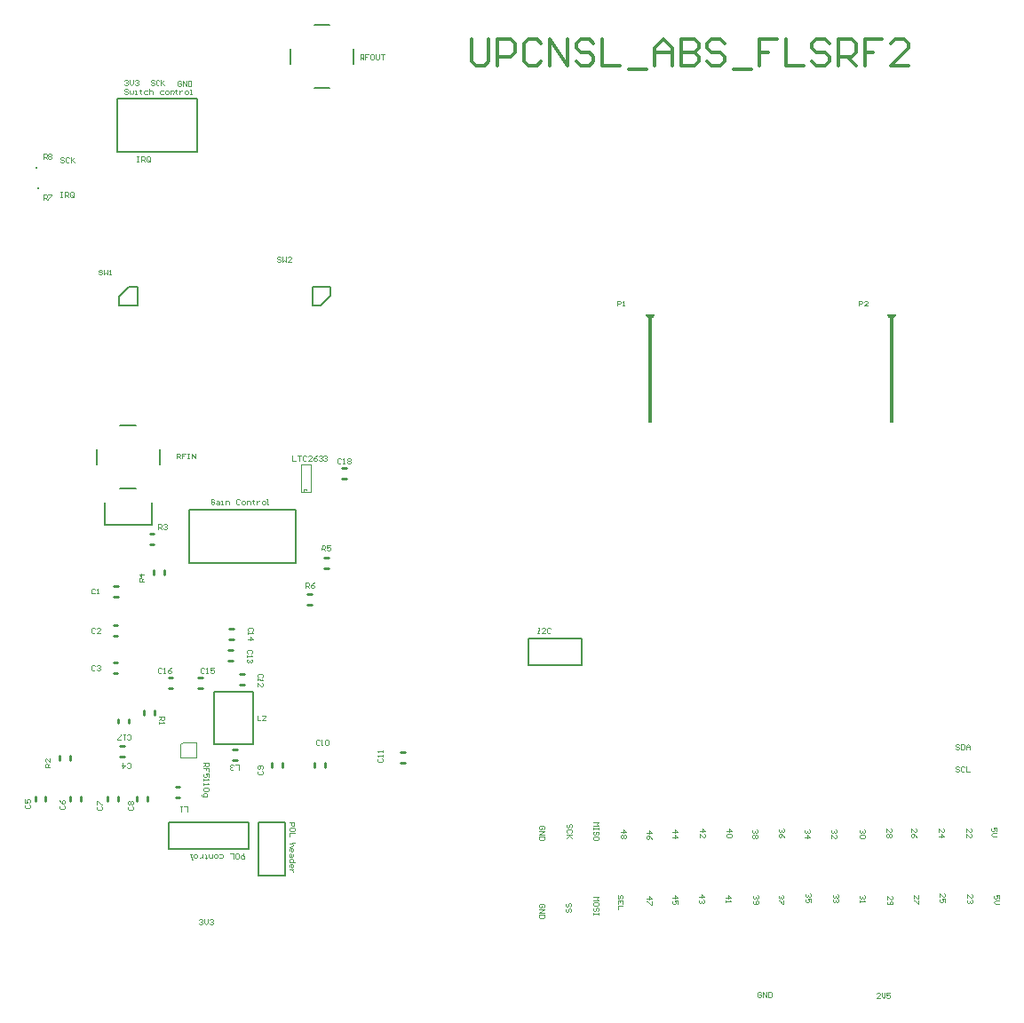
<source format=gto>
G04 Layer_Color=65535*
%FSLAX25Y25*%
%MOIN*%
G70*
G01*
G75*
%ADD11C,0.01000*%
%ADD23C,0.00787*%
%ADD38C,0.00394*%
%ADD39C,0.00492*%
%ADD40C,0.01181*%
D11*
X126378Y174410D02*
X127953D01*
X126378Y178347D02*
X127953D01*
X62297Y171888D02*
Y173462D01*
X66234Y171888D02*
Y173462D01*
X60878Y187243D02*
X62453D01*
X60878Y183306D02*
X62453D01*
X26969Y102362D02*
Y103937D01*
X30906Y102362D02*
Y103937D01*
X53034Y116188D02*
Y117762D01*
X49097Y116188D02*
Y117762D01*
X92147Y102381D02*
X93722D01*
X92147Y106318D02*
X93722D01*
X70578Y92343D02*
X72153D01*
X70578Y88406D02*
X72153D01*
X58697Y119387D02*
Y120962D01*
X62634Y119387D02*
Y120962D01*
X67878Y133143D02*
X69453D01*
X67878Y129206D02*
X69453D01*
X79134Y129331D02*
X80709D01*
X79134Y133268D02*
X80709D01*
X90453Y139665D02*
X92028D01*
X90453Y143602D02*
X92028D01*
X90650Y151673D02*
X92225D01*
X90650Y147736D02*
X92225D01*
X94838Y134662D02*
X96413D01*
X94838Y130725D02*
X96413D01*
X155067Y105135D02*
X156642D01*
X155067Y101198D02*
X156642D01*
X126634Y99587D02*
Y101162D01*
X122697Y99587D02*
Y101162D01*
X110651Y99625D02*
Y101200D01*
X106714Y99625D02*
Y101200D01*
X59934Y87087D02*
Y88662D01*
X55997Y87087D02*
Y88662D01*
X49034Y87088D02*
Y88662D01*
X45097Y87088D02*
Y88662D01*
X34934Y87088D02*
Y88662D01*
X30997Y87088D02*
Y88662D01*
X21834Y86987D02*
Y88562D01*
X17897Y86987D02*
Y88562D01*
X49606Y107579D02*
X51181D01*
X49606Y103642D02*
X51181D01*
X47222Y134846D02*
X48797D01*
X47222Y138783D02*
X48797D01*
X47222Y149019D02*
X48797D01*
X47222Y152956D02*
X48797D01*
X47478Y163706D02*
X49053D01*
X47478Y167643D02*
X49053D01*
X119981Y164567D02*
X121555D01*
X119981Y160630D02*
X121555D01*
X132973Y211811D02*
X134547D01*
X132973Y207874D02*
X134547D01*
D23*
X247470Y269429D02*
G03*
X249971Y269429I1250J0D01*
G01*
X338022D02*
G03*
X340522Y269429I1250J0D01*
G01*
X18209Y324508D02*
Y324902D01*
X19095Y316831D02*
Y317225D01*
X101693Y58819D02*
X111693D01*
X101693D02*
Y78819D01*
X111693D01*
Y58819D02*
Y78819D01*
X78543Y330630D02*
Y350630D01*
X48543Y330630D02*
Y350630D01*
X78543D01*
X48543Y330630D02*
X78543D01*
X59377D02*
X78543D01*
X128780Y276654D02*
Y279803D01*
X121929D02*
X128780D01*
X121929Y272953D02*
Y279803D01*
Y272953D02*
X125079D01*
X128780Y276654D01*
X49370Y272953D02*
Y276102D01*
Y272953D02*
X56221D01*
Y279803D01*
X53071D02*
X56221D01*
X49370Y276102D02*
X53071Y279803D01*
X67966Y68875D02*
X97966D01*
Y78875D01*
X67966D02*
X97966D01*
X67966Y68875D02*
Y78875D01*
X89764Y108375D02*
X99665D01*
Y127875D01*
X85166D02*
X99665D01*
X85166Y108375D02*
Y127875D01*
Y108375D02*
X89764D01*
X75803Y196188D02*
X115803D01*
X75803Y176188D02*
X115803D01*
Y196188D01*
X75803Y176188D02*
Y196188D01*
X113681Y363524D02*
Y369350D01*
X137303Y363524D02*
Y369350D01*
X122579Y354626D02*
X128406D01*
X122579Y378248D02*
X128406D01*
X61614Y190551D02*
Y199055D01*
X43898Y190551D02*
Y199055D01*
Y190551D02*
X61614D01*
X64567Y213229D02*
Y219055D01*
X40945Y213229D02*
Y219055D01*
X49843Y227953D02*
X55669D01*
X49843Y204331D02*
X55669D01*
X249055Y229429D02*
Y269429D01*
X248386Y229429D02*
X249055D01*
X248386D02*
Y269429D01*
X249971D01*
X247470D02*
X249055D01*
X339606Y229429D02*
Y269429D01*
X338937Y229429D02*
X339606D01*
X338937D02*
Y269429D01*
X340522D01*
X338022D02*
X339606D01*
X203012Y137815D02*
X223012D01*
Y147815D01*
X203012D02*
X223012D01*
X203012Y137815D02*
Y147815D01*
D38*
X120030Y203061D02*
G03*
X118750Y203061I-640J187D01*
G01*
X73307Y109036D02*
X78347D01*
X72441Y108169D02*
X73307Y109036D01*
X72441Y103150D02*
Y108169D01*
Y103150D02*
X78347D01*
Y109036D01*
X117520Y203051D02*
X120089D01*
X118809D02*
X121358D01*
Y213287D01*
X117520D02*
X121358D01*
X117520Y203051D02*
Y213287D01*
D39*
X20866Y327953D02*
Y329921D01*
X21850D01*
X22178Y329593D01*
Y328937D01*
X21850Y328609D01*
X20866D01*
X21522D02*
X22178Y327953D01*
X22834Y329593D02*
X23162Y329921D01*
X23818D01*
X24146Y329593D01*
Y329265D01*
X23818Y328937D01*
X24146Y328609D01*
Y328281D01*
X23818Y327953D01*
X23162D01*
X22834Y328281D01*
Y328609D01*
X23162Y328937D01*
X22834Y329265D01*
Y329593D01*
X23162Y328937D02*
X23818D01*
X20866Y312500D02*
Y314468D01*
X21850D01*
X22178Y314140D01*
Y313484D01*
X21850Y313156D01*
X20866D01*
X21522D02*
X22178Y312500D01*
X22834Y314468D02*
X24146D01*
Y314140D01*
X22834Y312828D01*
Y312500D01*
X119488Y166929D02*
Y168897D01*
X120472D01*
X120800Y168569D01*
Y167913D01*
X120472Y167585D01*
X119488D01*
X120144D02*
X120800Y166929D01*
X122768Y168897D02*
X122112Y168569D01*
X121456Y167913D01*
Y167257D01*
X121784Y166929D01*
X122440D01*
X122768Y167257D01*
Y167585D01*
X122440Y167913D01*
X121456D01*
X125394Y181102D02*
X125514Y183067D01*
X126496Y183006D01*
X126804Y182659D01*
X126763Y182004D01*
X126416Y181697D01*
X125434Y181757D01*
X126089Y181717D02*
X126703Y181022D01*
X128788Y182866D02*
X127479Y182946D01*
X127418Y181964D01*
X128093Y182251D01*
X128420Y182231D01*
X128728Y181884D01*
X128687Y181229D01*
X128340Y180922D01*
X127685Y180962D01*
X127378Y181309D01*
X113189Y78937D02*
X115157Y78970D01*
X115173Y77987D01*
X114851Y77653D01*
X114195Y77642D01*
X113862Y77964D01*
X113845Y78948D01*
X115207Y76019D02*
X115196Y76675D01*
X114862Y76997D01*
X113550Y76975D01*
X113228Y76642D01*
X113239Y75986D01*
X113573Y75663D01*
X114884Y75686D01*
X115207Y76019D01*
X115223Y75035D02*
X113256Y75002D01*
X113278Y73690D01*
X115290Y71100D02*
X113322Y71067D01*
X114306Y71083D01*
X114640Y70761D01*
X114651Y70105D01*
X114328Y69772D01*
X113345Y69755D01*
X113372Y68115D02*
X113361Y68771D01*
X113684Y69105D01*
X114340Y69116D01*
X114673Y68793D01*
X114684Y68138D01*
X114362Y67804D01*
X114034Y67799D01*
X114012Y69110D01*
X114706Y66826D02*
X114717Y66170D01*
X114395Y65837D01*
X113411Y65820D01*
X113395Y66804D01*
X113717Y67137D01*
X114050Y66815D01*
X114067Y65831D01*
X115412Y63886D02*
X113445Y63852D01*
X113428Y64836D01*
X113750Y65170D01*
X114406Y65181D01*
X114740Y64858D01*
X114756Y63875D01*
X113472Y62213D02*
X113461Y62869D01*
X113784Y63202D01*
X114440Y63213D01*
X114773Y62891D01*
X114784Y62235D01*
X114462Y61901D01*
X114134Y61896D01*
X114112Y63208D01*
X114801Y61251D02*
X113489Y61229D01*
X114145Y61240D01*
X114479Y60918D01*
X114812Y60595D01*
X114818Y60267D01*
X52798Y353896D02*
X52472Y354226D01*
X51816Y354230D01*
X51486Y353904D01*
X51484Y353576D01*
X51810Y353246D01*
X52466Y353242D01*
X52792Y352912D01*
X52790Y352584D01*
X52460Y352258D01*
X51804Y352262D01*
X51478Y352592D01*
X53452Y353564D02*
X53446Y352580D01*
X53772Y352250D01*
X54102Y352576D01*
X54428Y352246D01*
X54758Y352573D01*
X54764Y353556D01*
X55412Y352241D02*
X56068Y352237D01*
X55740Y352239D01*
X55748Y353551D01*
X55420Y353553D01*
X57389Y353869D02*
X57388Y353541D01*
X57060Y353543D01*
X57716Y353539D01*
X57388Y353541D01*
X57382Y352557D01*
X57708Y352227D01*
X60011Y353526D02*
X59027Y353532D01*
X58698Y353205D01*
X58694Y352550D01*
X59020Y352220D01*
X60004Y352214D01*
X60671Y354178D02*
X60660Y352210D01*
X60665Y353194D01*
X60995Y353520D01*
X61651Y353516D01*
X61977Y353186D01*
X61971Y352202D01*
X65915Y353491D02*
X64931Y353497D01*
X64601Y353171D01*
X64597Y352515D01*
X64923Y352185D01*
X65907Y352179D01*
X66891Y352173D02*
X67547Y352170D01*
X67877Y352496D01*
X67881Y353152D01*
X67555Y353482D01*
X66899Y353485D01*
X66569Y353159D01*
X66565Y352503D01*
X66891Y352173D01*
X68531Y352164D02*
X68539Y353476D01*
X69523Y353470D01*
X69849Y353140D01*
X69843Y352156D01*
X70836Y353790D02*
X70834Y353462D01*
X70507Y353464D01*
X71162Y353460D01*
X70834Y353462D01*
X70829Y352478D01*
X71155Y352148D01*
X72146Y353454D02*
X72139Y352143D01*
X72142Y352799D01*
X72472Y353125D01*
X72802Y353451D01*
X73130Y353449D01*
X74434Y352129D02*
X75090Y352125D01*
X75420Y352451D01*
X75424Y353107D01*
X75098Y353437D01*
X74442Y353441D01*
X74112Y353115D01*
X74108Y352459D01*
X74434Y352129D01*
X76074Y352120D02*
X76730Y352116D01*
X76402Y352118D01*
X76414Y354085D01*
X76086Y354087D01*
X109973Y290912D02*
X109645Y291240D01*
X108989Y291240D01*
X108661Y290912D01*
Y290584D01*
X108989Y290256D01*
X109645Y290256D01*
X109973Y289928D01*
X109973Y289600D01*
X109645Y289272D01*
X108989Y289272D01*
X108661Y289600D01*
X110629Y291240D02*
X110629Y289272D01*
X111285Y289928D01*
X111941Y289272D01*
X111941Y291240D01*
X113909Y289272D02*
X112597Y289272D01*
X113909Y290584D01*
Y290912D01*
X113581Y291240D01*
X112925Y291240D01*
X112597Y290912D01*
X43143Y286089D02*
X42815Y286417D01*
X42159D01*
X41831Y286089D01*
Y285761D01*
X42159Y285433D01*
X42815D01*
X43143Y285105D01*
Y284777D01*
X42815Y284449D01*
X42159D01*
X41831Y284777D01*
X43799Y286417D02*
Y284449D01*
X44455Y285105D01*
X45110Y284449D01*
Y286417D01*
X45766Y284449D02*
X46422D01*
X46095D01*
Y286417D01*
X45766Y286089D01*
X81102Y101181D02*
X83070D01*
Y100197D01*
X82742Y99869D01*
X82086D01*
X81758Y100197D01*
Y101181D01*
Y100525D02*
X81102Y99869D01*
X83070Y97901D02*
Y99213D01*
X82086D01*
Y98557D01*
Y99213D01*
X81102D01*
X83070Y95934D02*
Y97246D01*
X82086D01*
X82414Y96589D01*
Y96262D01*
X82086Y95934D01*
X81430D01*
X81102Y96262D01*
Y96917D01*
X81430Y97246D01*
X81102Y95278D02*
Y94622D01*
Y94950D01*
X83070D01*
X82742Y95278D01*
X81102Y93638D02*
Y92982D01*
Y93310D01*
X83070D01*
X82742Y93638D01*
Y91998D02*
X83070Y91670D01*
Y91014D01*
X82742Y90686D01*
X81430D01*
X81102Y91014D01*
Y91670D01*
X81430Y91998D01*
X82742D01*
X80446Y89374D02*
Y89046D01*
X80774Y88718D01*
X82414D01*
Y89702D01*
X82086Y90030D01*
X81430D01*
X81102Y89702D01*
Y88718D01*
X58815Y169125D02*
X56848D01*
Y170109D01*
X57175Y170437D01*
X57832D01*
X58160Y170109D01*
Y169125D01*
Y169781D02*
X58815Y170437D01*
Y172077D02*
X56848D01*
X57832Y171093D01*
Y172405D01*
X64173Y188878D02*
Y190846D01*
X65157D01*
X65485Y190518D01*
Y189862D01*
X65157Y189534D01*
X64173D01*
X64829D02*
X65485Y188878D01*
X66141Y190518D02*
X66469Y190846D01*
X67125D01*
X67453Y190518D01*
Y190190D01*
X67125Y189862D01*
X66797D01*
X67125D01*
X67453Y189534D01*
Y189206D01*
X67125Y188878D01*
X66469D01*
X66141Y189206D01*
X23487Y99600D02*
X21519D01*
Y100584D01*
X21847Y100912D01*
X22503D01*
X22831Y100584D01*
Y99600D01*
Y100256D02*
X23487Y100912D01*
Y102880D02*
Y101568D01*
X22175Y102880D01*
X21847D01*
X21519Y102551D01*
Y101896D01*
X21847Y101568D01*
X64272Y118602D02*
X66240D01*
Y117619D01*
X65912Y117290D01*
X65256D01*
X64928Y117619D01*
Y118602D01*
Y117947D02*
X64272Y117290D01*
Y116635D02*
Y115979D01*
Y116307D01*
X66240D01*
X65912Y116635D01*
X96162Y67225D02*
X96201Y65257D01*
X95217Y65237D01*
X94883Y65559D01*
X94870Y66215D01*
X95191Y66549D01*
X96175Y66569D01*
X93250Y65198D02*
X93905Y65211D01*
X94227Y65546D01*
X94200Y66857D01*
X93866Y67179D01*
X93210Y67165D01*
X92889Y66831D01*
X92915Y65519D01*
X93250Y65198D01*
X92266Y65178D02*
X92226Y67146D01*
X90915Y67120D01*
X87006Y65729D02*
X87990Y65749D01*
X88311Y66083D01*
X88298Y66739D01*
X87964Y67061D01*
X86980Y67041D01*
X85996Y67021D02*
X85340Y67008D01*
X85019Y66674D01*
X85032Y66018D01*
X85367Y65696D01*
X86023Y65710D01*
X86344Y66044D01*
X86331Y66700D01*
X85996Y67021D01*
X84357Y66988D02*
X84383Y65677D01*
X83399Y65657D01*
X83065Y65978D01*
X83045Y66962D01*
X82094Y65303D02*
X82087Y65631D01*
X82415Y65637D01*
X81760Y65624D01*
X82087Y65631D01*
X82068Y66615D01*
X81733Y66936D01*
X80776Y65605D02*
X80750Y66916D01*
X80763Y66260D01*
X80441Y65926D01*
X80120Y65592D01*
X79792Y65585D01*
X78454Y66870D02*
X77798Y66857D01*
X77477Y66523D01*
X77490Y65867D01*
X77825Y65546D01*
X78480Y65559D01*
X78802Y65893D01*
X78789Y66549D01*
X78454Y66870D01*
X76815Y66838D02*
X76159Y66825D01*
X76487Y66831D01*
X76526Y64864D01*
X76854Y64870D01*
X94193Y98524D02*
Y100492D01*
X92881D01*
X92225Y98852D02*
X91897Y98524D01*
X91241D01*
X90913Y98852D01*
Y99180D01*
X91241Y99508D01*
X91569D01*
X91241D01*
X90913Y99836D01*
Y100164D01*
X91241Y100492D01*
X91897D01*
X92225Y100164D01*
X101181Y119094D02*
Y117126D01*
X102493D01*
X104461D02*
X103149D01*
X104461Y118438D01*
Y118766D01*
X104133Y119094D01*
X103477D01*
X103149Y118766D01*
X74915Y82957D02*
Y84925D01*
X73603D01*
X72948D02*
X72292D01*
X72620D01*
Y82957D01*
X72948Y83285D01*
X85157Y199879D02*
X84826Y200204D01*
X84170Y200199D01*
X83845Y199868D01*
X83856Y198556D01*
X84186Y198231D01*
X84842Y198237D01*
X85167Y198567D01*
X85162Y199223D01*
X84506Y199218D01*
X86143Y199559D02*
X86799Y199565D01*
X87130Y199239D01*
X87138Y198255D01*
X86154Y198247D01*
X85823Y198573D01*
X86149Y198903D01*
X87133Y198911D01*
X87794Y198261D02*
X88450Y198266D01*
X88122Y198264D01*
X88111Y199575D01*
X87783Y199573D01*
X89434Y198274D02*
X89423Y199586D01*
X90407Y199594D01*
X90737Y199269D01*
X90746Y198285D01*
X94668Y199957D02*
X94337Y200283D01*
X93681Y200277D01*
X93356Y199947D01*
X93367Y198635D01*
X93697Y198310D01*
X94353Y198315D01*
X94678Y198645D01*
X95665Y198326D02*
X96321Y198331D01*
X96646Y198662D01*
X96641Y199318D01*
X96310Y199643D01*
X95654Y199637D01*
X95329Y199307D01*
X95334Y198651D01*
X95665Y198326D01*
X97305Y198339D02*
X97294Y199651D01*
X98278Y199659D01*
X98609Y199334D01*
X98617Y198350D01*
X99587Y199998D02*
X99590Y199670D01*
X99262Y199667D01*
X99918Y199673D01*
X99590Y199670D01*
X99598Y198686D01*
X99929Y198361D01*
X100902Y199681D02*
X100912Y198369D01*
X100907Y199025D01*
X101232Y199355D01*
X101558Y199686D01*
X101886Y199689D01*
X103208Y198388D02*
X103864Y198393D01*
X104190Y198724D01*
X104184Y199380D01*
X103853Y199705D01*
X103198Y199700D01*
X102872Y199369D01*
X102878Y198713D01*
X103208Y198388D01*
X104848Y198401D02*
X105504Y198407D01*
X105176Y198404D01*
X105160Y200372D01*
X104832Y200369D01*
X52428Y110270D02*
X52756Y109942D01*
X53412D01*
X53740Y110270D01*
Y111582D01*
X53412Y111909D01*
X52756D01*
X52428Y111582D01*
X51772Y111909D02*
X51116D01*
X51444D01*
Y109942D01*
X51772Y110270D01*
X50133Y109942D02*
X48820D01*
Y110270D01*
X50133Y111582D01*
Y111909D01*
X65288Y136679D02*
X64960Y137007D01*
X64304D01*
X63976Y136679D01*
Y135367D01*
X64304Y135039D01*
X64960D01*
X65288Y135367D01*
X65944Y135039D02*
X66600D01*
X66272D01*
Y137007D01*
X65944Y136679D01*
X68896Y137007D02*
X68240Y136679D01*
X67584Y136023D01*
Y135367D01*
X67912Y135039D01*
X68568D01*
X68896Y135367D01*
Y135695D01*
X68568Y136023D01*
X67584D01*
X81430Y136679D02*
X81102Y137007D01*
X80446D01*
X80118Y136679D01*
Y135367D01*
X80446Y135039D01*
X81102D01*
X81430Y135367D01*
X82086Y135039D02*
X82742D01*
X82414D01*
Y137007D01*
X82086Y136679D01*
X85038Y137007D02*
X83726D01*
Y136023D01*
X84382Y136351D01*
X84710D01*
X85038Y136023D01*
Y135367D01*
X84710Y135039D01*
X84054D01*
X83726Y135367D01*
X99278Y150755D02*
X99606Y151083D01*
Y151739D01*
X99278Y152067D01*
X97966D01*
X97638Y151739D01*
Y151083D01*
X97966Y150755D01*
X97638Y150099D02*
Y149443D01*
Y149771D01*
X99606D01*
X99278Y150099D01*
X97638Y147475D02*
X99606D01*
X98622Y148459D01*
Y147147D01*
X98884Y142389D02*
X99212Y142717D01*
Y143373D01*
X98884Y143701D01*
X97572D01*
X97244Y143373D01*
Y142717D01*
X97572Y142389D01*
X97244Y141733D02*
Y141077D01*
Y141405D01*
X99212D01*
X98884Y141733D01*
Y140093D02*
X99212Y139765D01*
Y139109D01*
X98884Y138781D01*
X98556D01*
X98228Y139109D01*
Y139437D01*
Y139109D01*
X97900Y138781D01*
X97572D01*
X97244Y139109D01*
Y139765D01*
X97572Y140093D01*
X103001Y133411D02*
X103333Y133735D01*
X103341Y134391D01*
X103018Y134723D01*
X101706Y134740D01*
X101374Y134416D01*
X101365Y133760D01*
X101689Y133428D01*
X101353Y132776D02*
X101344Y132121D01*
X101349Y132448D01*
X103316Y132423D01*
X102992Y132755D01*
X101315Y129825D02*
X101332Y131137D01*
X102627Y129808D01*
X102955Y129804D01*
X103287Y130128D01*
X103295Y130783D01*
X102971Y131116D01*
X146665Y103029D02*
X146336Y102701D01*
Y102045D01*
X146665Y101717D01*
X147976D01*
X148304Y102045D01*
Y102701D01*
X147976Y103029D01*
X148304Y103685D02*
Y104341D01*
Y104013D01*
X146336D01*
X146665Y103685D01*
X148304Y105325D02*
Y105981D01*
Y105653D01*
X146336D01*
X146665Y105325D01*
X124527Y109565D02*
X124199Y109893D01*
X123543D01*
X123215Y109565D01*
Y108253D01*
X123543Y107925D01*
X124199D01*
X124527Y108253D01*
X125183Y107925D02*
X125839D01*
X125511D01*
Y109893D01*
X125183Y109565D01*
X126823D02*
X127151Y109893D01*
X127807D01*
X128135Y109565D01*
Y108253D01*
X127807Y107925D01*
X127151D01*
X126823Y108253D01*
Y109565D01*
X101593Y98175D02*
X101265Y97847D01*
Y97191D01*
X101593Y96863D01*
X102905D01*
X103233Y97191D01*
Y97847D01*
X102905Y98175D01*
Y98831D02*
X103233Y99159D01*
Y99814D01*
X102905Y100143D01*
X101593D01*
X101265Y99814D01*
Y99159D01*
X101593Y98831D01*
X101921D01*
X102249Y99159D01*
Y100143D01*
X52888Y84973D02*
X52560Y84645D01*
Y83990D01*
X52888Y83662D01*
X54200D01*
X54528Y83990D01*
Y84645D01*
X54200Y84973D01*
X52888Y85629D02*
X52560Y85957D01*
Y86613D01*
X52888Y86941D01*
X53216D01*
X53544Y86613D01*
X53872Y86941D01*
X54200D01*
X54528Y86613D01*
Y85957D01*
X54200Y85629D01*
X53872D01*
X53544Y85957D01*
X53216Y85629D01*
X52888D01*
X53544Y85957D02*
Y86613D01*
X41470Y85072D02*
X41142Y84744D01*
Y84088D01*
X41470Y83760D01*
X42782D01*
X43110Y84088D01*
Y84744D01*
X42782Y85072D01*
X41142Y85728D02*
Y87040D01*
X41470D01*
X42782Y85728D01*
X43110D01*
X27396Y85170D02*
X27068Y84842D01*
Y84186D01*
X27396Y83858D01*
X28708D01*
X29035Y84186D01*
Y84842D01*
X28708Y85170D01*
X27068Y87138D02*
X27396Y86482D01*
X28052Y85826D01*
X28708D01*
X29035Y86154D01*
Y86810D01*
X28708Y87138D01*
X28379D01*
X28052Y86810D01*
Y85826D01*
X14403Y85466D02*
X14075Y85137D01*
Y84482D01*
X14403Y84154D01*
X15715D01*
X16043Y84482D01*
Y85137D01*
X15715Y85466D01*
X14075Y87433D02*
Y86121D01*
X15059D01*
X14731Y86777D01*
Y87105D01*
X15059Y87433D01*
X15715D01*
X16043Y87105D01*
Y86449D01*
X15715Y86121D01*
X52428Y99541D02*
X52756Y99213D01*
X53412D01*
X53740Y99541D01*
Y100853D01*
X53412Y101181D01*
X52756D01*
X52428Y100853D01*
X50788Y101181D02*
Y99213D01*
X51772Y100197D01*
X50460D01*
X40485Y137467D02*
X40157Y137795D01*
X39501D01*
X39173Y137467D01*
Y136155D01*
X39501Y135827D01*
X40157D01*
X40485Y136155D01*
X41141Y137467D02*
X41469Y137795D01*
X42125D01*
X42453Y137467D01*
Y137139D01*
X42125Y136811D01*
X41797D01*
X42125D01*
X42453Y136483D01*
Y136155D01*
X42125Y135827D01*
X41469D01*
X41141Y136155D01*
X40288Y151541D02*
X39960Y151869D01*
X39304D01*
X38976Y151541D01*
Y150230D01*
X39304Y149902D01*
X39960D01*
X40288Y150230D01*
X42256Y149902D02*
X40944D01*
X42256Y151214D01*
Y151541D01*
X41928Y151869D01*
X41272D01*
X40944Y151541D01*
X40387Y166404D02*
X40059Y166732D01*
X39403D01*
X39075Y166404D01*
Y165092D01*
X39403Y164764D01*
X40059D01*
X40387Y165092D01*
X41043Y164764D02*
X41699D01*
X41371D01*
Y166732D01*
X41043Y166404D01*
X139862Y365256D02*
Y367224D01*
X140846D01*
X141174Y366896D01*
Y366240D01*
X140846Y365912D01*
X139862D01*
X140518D02*
X141174Y365256D01*
X143142Y367224D02*
X141830D01*
Y366240D01*
X142486D01*
X141830D01*
Y365256D01*
X144782Y367224D02*
X144126D01*
X143798Y366896D01*
Y365584D01*
X144126Y365256D01*
X144782D01*
X145110Y365584D01*
Y366896D01*
X144782Y367224D01*
X145766D02*
Y365584D01*
X146094Y365256D01*
X146750D01*
X147078Y365584D01*
Y367224D01*
X147734D02*
X149046D01*
X148390D01*
Y365256D01*
X71063Y215453D02*
Y217421D01*
X72047D01*
X72375Y217093D01*
Y216437D01*
X72047Y216109D01*
X71063D01*
X71719D02*
X72375Y215453D01*
X74343Y217421D02*
X73031D01*
Y216437D01*
X73687D01*
X73031D01*
Y215453D01*
X74999Y217421D02*
X75655D01*
X75327D01*
Y215453D01*
X74999D01*
X75655D01*
X76639D02*
Y217421D01*
X77951Y215453D01*
Y217421D01*
X114370Y216674D02*
Y214706D01*
X115682D01*
X116338Y216674D02*
X117650D01*
X116994D01*
Y214706D01*
X119618Y216346D02*
X119290Y216674D01*
X118634D01*
X118306Y216346D01*
Y215034D01*
X118634Y214706D01*
X119290D01*
X119618Y215034D01*
X121586Y214706D02*
X120274D01*
X121586Y216018D01*
Y216346D01*
X121258Y216674D01*
X120602D01*
X120274Y216346D01*
X123554Y216674D02*
X122898Y216346D01*
X122242Y215690D01*
Y215034D01*
X122570Y214706D01*
X123225D01*
X123554Y215034D01*
Y215362D01*
X123225Y215690D01*
X122242D01*
X124209Y216346D02*
X124537Y216674D01*
X125193D01*
X125521Y216346D01*
Y216018D01*
X125193Y215690D01*
X124865D01*
X125193D01*
X125521Y215362D01*
Y215034D01*
X125193Y214706D01*
X124537D01*
X124209Y215034D01*
X126177Y216346D02*
X126505Y216674D01*
X127161D01*
X127489Y216346D01*
Y216018D01*
X127161Y215690D01*
X126833D01*
X127161D01*
X127489Y215362D01*
Y215034D01*
X127161Y214706D01*
X126505D01*
X126177Y215034D01*
X236496Y272779D02*
Y274747D01*
X237480D01*
X237808Y274419D01*
Y273763D01*
X237480Y273435D01*
X236496D01*
X238464Y272779D02*
X239120D01*
X238792D01*
Y274747D01*
X238464Y274419D01*
X327048Y272779D02*
Y274747D01*
X328032D01*
X328360Y274419D01*
Y273763D01*
X328032Y273435D01*
X327048D01*
X330328Y272779D02*
X329016D01*
X330328Y274091D01*
Y274419D01*
X329999Y274747D01*
X329344D01*
X329016Y274419D01*
X206518Y151869D02*
X207174Y151862D01*
X206846Y151866D01*
X206824Y149898D01*
X206496Y149902D01*
X207152Y149894D01*
X209448Y149869D02*
X208136Y149883D01*
X209462Y151180D01*
X209466Y151508D01*
X209142Y151840D01*
X208486Y151847D01*
X208154Y151523D01*
X211434Y151486D02*
X211110Y151818D01*
X210454Y151825D01*
X210122Y151501D01*
X210107Y150189D01*
X210432Y149857D01*
X211087Y149850D01*
X211419Y150174D01*
X132718Y215216D02*
X132391Y215546D01*
X131735Y215549D01*
X131406Y215223D01*
X131399Y213911D01*
X131726Y213581D01*
X132382Y213578D01*
X132711Y213904D01*
X133365Y213573D02*
X134021Y213570D01*
X133694Y213572D01*
X133703Y215539D01*
X133373Y215213D01*
X135013Y215205D02*
X135343Y215531D01*
X135999Y215528D01*
X136325Y215198D01*
X136324Y214871D01*
X135994Y214544D01*
X136320Y214215D01*
X136319Y213887D01*
X135989Y213560D01*
X135333Y213563D01*
X135007Y213893D01*
X135009Y214221D01*
X135338Y214547D01*
X135012Y214877D01*
X135013Y215205D01*
X135338Y214547D02*
X135994Y214544D01*
X27461Y315551D02*
X28117D01*
X27789D01*
Y313583D01*
X27461D01*
X28117D01*
X29101D02*
Y315551D01*
X30084D01*
X30413Y315223D01*
Y314567D01*
X30084Y314239D01*
X29101D01*
X29757D02*
X30413Y313583D01*
X32380Y313911D02*
Y315223D01*
X32052Y315551D01*
X31396D01*
X31068Y315223D01*
Y313911D01*
X31396Y313583D01*
X32052D01*
X31724Y314239D02*
X32380Y313583D01*
X32052D02*
X32380Y313911D01*
X28773Y328313D02*
X28445Y328641D01*
X27789D01*
X27461Y328313D01*
Y327985D01*
X27789Y327657D01*
X28445D01*
X28773Y327329D01*
Y327001D01*
X28445Y326673D01*
X27789D01*
X27461Y327001D01*
X30740Y328313D02*
X30413Y328641D01*
X29757D01*
X29429Y328313D01*
Y327001D01*
X29757Y326673D01*
X30413D01*
X30740Y327001D01*
X31396Y328641D02*
Y326673D01*
Y327329D01*
X32708Y328641D01*
X31724Y327657D01*
X32708Y326673D01*
X79429Y42388D02*
X79757Y42716D01*
X80413D01*
X80741Y42388D01*
Y42060D01*
X80413Y41732D01*
X80085D01*
X80413D01*
X80741Y41404D01*
Y41076D01*
X80413Y40748D01*
X79757D01*
X79429Y41076D01*
X81397Y42716D02*
Y41404D01*
X82053Y40748D01*
X82709Y41404D01*
Y42716D01*
X83365Y42388D02*
X83693Y42716D01*
X84349D01*
X84677Y42388D01*
Y42060D01*
X84349Y41732D01*
X84021D01*
X84349D01*
X84677Y41404D01*
Y41076D01*
X84349Y40748D01*
X83693D01*
X83365Y41076D01*
X334875Y12992D02*
X333563D01*
X334875Y14304D01*
Y14632D01*
X334547Y14960D01*
X333891D01*
X333563Y14632D01*
X335531Y14960D02*
Y13648D01*
X336187Y12992D01*
X336843Y13648D01*
Y14960D01*
X338811D02*
X337499D01*
Y13976D01*
X338155Y14304D01*
X338483D01*
X338811Y13976D01*
Y13320D01*
X338483Y12992D01*
X337827D01*
X337499Y13320D01*
X290387Y14927D02*
X290059Y15255D01*
X289403D01*
X289075Y14927D01*
Y13615D01*
X289403Y13287D01*
X290059D01*
X290387Y13615D01*
Y14271D01*
X289731D01*
X291043Y13287D02*
Y15255D01*
X292355Y13287D01*
Y15255D01*
X293011D02*
Y13287D01*
X293994D01*
X294322Y13615D01*
Y14927D01*
X293994Y15255D01*
X293011D01*
X208530Y47015D02*
X208858Y47343D01*
Y47999D01*
X208530Y48327D01*
X207218D01*
X206890Y47999D01*
Y47343D01*
X207218Y47015D01*
X207874D01*
Y47671D01*
X206890Y46359D02*
X208858D01*
X206890Y45047D01*
X208858D01*
Y44391D02*
X206890D01*
Y43407D01*
X207218Y43079D01*
X208530D01*
X208858Y43407D01*
Y44391D01*
X208628Y76346D02*
X208956Y76674D01*
Y77330D01*
X208628Y77658D01*
X207316D01*
X206988Y77330D01*
Y76674D01*
X207316Y76346D01*
X207972D01*
Y77002D01*
X206988Y75690D02*
X208956D01*
X206988Y74378D01*
X208956D01*
Y73722D02*
X206988D01*
Y72738D01*
X207316Y72410D01*
X208628D01*
X208956Y72738D01*
Y73722D01*
X218668Y47310D02*
X218995Y47638D01*
Y48294D01*
X218668Y48622D01*
X218339D01*
X218011Y48294D01*
Y47638D01*
X217684Y47310D01*
X217355D01*
X217028Y47638D01*
Y48294D01*
X217355Y48622D01*
X218668Y45342D02*
X218995Y45670D01*
Y46326D01*
X218668Y46654D01*
X218339D01*
X218011Y46326D01*
Y45670D01*
X217684Y45342D01*
X217355D01*
X217028Y45670D01*
Y46326D01*
X217355Y46654D01*
X218864Y76936D02*
X219192Y77264D01*
Y77920D01*
X218864Y78248D01*
X218536D01*
X218208Y77920D01*
Y77264D01*
X217880Y76936D01*
X217552D01*
X217225Y77264D01*
Y77920D01*
X217552Y78248D01*
X218864Y74968D02*
X219192Y75296D01*
Y75952D01*
X218864Y76280D01*
X217552D01*
X217225Y75952D01*
Y75296D01*
X217552Y74968D01*
X219192Y74312D02*
X217225D01*
X217880D01*
X219192Y73001D01*
X218208Y73984D01*
X217225Y73001D01*
X227461Y50788D02*
X229429D01*
X228773Y50131D01*
X229429Y49476D01*
X227461D01*
X229429Y47836D02*
Y48492D01*
X229100Y48820D01*
X227789D01*
X227461Y48492D01*
Y47836D01*
X227789Y47508D01*
X229100D01*
X229429Y47836D01*
X229100Y45540D02*
X229429Y45868D01*
Y46524D01*
X229100Y46852D01*
X228773D01*
X228445Y46524D01*
Y45868D01*
X228117Y45540D01*
X227789D01*
X227461Y45868D01*
Y46524D01*
X227789Y46852D01*
X229429Y44884D02*
Y44228D01*
Y44556D01*
X227461D01*
Y44884D01*
Y44228D01*
X227362Y79036D02*
X229330D01*
X228674Y78379D01*
X229330Y77724D01*
X227362D01*
X229330Y77068D02*
Y76412D01*
Y76740D01*
X227362D01*
Y77068D01*
Y76412D01*
X229002Y74116D02*
X229330Y74444D01*
Y75100D01*
X229002Y75428D01*
X228674D01*
X228346Y75100D01*
Y74444D01*
X228018Y74116D01*
X227690D01*
X227362Y74444D01*
Y75100D01*
X227690Y75428D01*
X229330Y72476D02*
Y73132D01*
X229002Y73460D01*
X227690D01*
X227362Y73132D01*
Y72476D01*
X227690Y72148D01*
X229002D01*
X229330Y72476D01*
X238156Y50263D02*
X238484Y50591D01*
Y51247D01*
X238156Y51575D01*
X237828D01*
X237500Y51247D01*
Y50591D01*
X237172Y50263D01*
X236844D01*
X236516Y50591D01*
Y51247D01*
X236844Y51575D01*
X238484Y48295D02*
Y49607D01*
X236516D01*
Y48295D01*
X237500Y49607D02*
Y48951D01*
X238484Y47639D02*
X236516D01*
Y46327D01*
X237598Y75197D02*
X239566D01*
X238582Y76181D01*
Y74869D01*
X239238Y74213D02*
X239566Y73885D01*
Y73229D01*
X239238Y72901D01*
X238910D01*
X238582Y73229D01*
X238254Y72901D01*
X237927D01*
X237598Y73229D01*
Y73885D01*
X237927Y74213D01*
X238254D01*
X238582Y73885D01*
X238910Y74213D01*
X239238D01*
X238582Y73885D02*
Y73229D01*
X247244Y50296D02*
X249212D01*
X248228Y51280D01*
Y49968D01*
X249212Y49312D02*
Y48000D01*
X248884D01*
X247572Y49312D01*
X247244D01*
X247343Y75000D02*
X249310D01*
X248326Y75984D01*
Y74672D01*
X249310Y72704D02*
X248983Y73361D01*
X248326Y74016D01*
X247671D01*
X247343Y73689D01*
Y73032D01*
X247671Y72704D01*
X247998D01*
X248326Y73032D01*
Y74016D01*
X256890Y50689D02*
X258858D01*
X257874Y51673D01*
Y50361D01*
X258858Y48394D02*
Y49705D01*
X257874D01*
X258202Y49049D01*
Y48722D01*
X257874Y48394D01*
X257218D01*
X256890Y48722D01*
Y49378D01*
X257218Y49705D01*
X257087Y75197D02*
X259054D01*
X258071Y76181D01*
Y74869D01*
X257087Y73229D02*
X259054D01*
X258071Y74213D01*
Y72901D01*
X267028Y50886D02*
X268995D01*
X268011Y51870D01*
Y50558D01*
X268668Y49902D02*
X268995Y49574D01*
Y48918D01*
X268668Y48590D01*
X268339D01*
X268011Y48918D01*
Y49246D01*
Y48918D01*
X267684Y48590D01*
X267356D01*
X267028Y48918D01*
Y49574D01*
X267356Y49902D01*
X267323Y75493D02*
X269291D01*
X268307Y76476D01*
Y75165D01*
X267323Y73197D02*
Y74509D01*
X268635Y73197D01*
X268963D01*
X269291Y73525D01*
Y74181D01*
X268963Y74509D01*
X277067Y50591D02*
X279035D01*
X278051Y51575D01*
Y50263D01*
X277067Y49607D02*
Y48951D01*
Y49279D01*
X279035D01*
X278707Y49607D01*
X277264Y75493D02*
X279232D01*
X278248Y76476D01*
Y75165D01*
X278904Y74509D02*
X279232Y74181D01*
Y73525D01*
X278904Y73197D01*
X277592D01*
X277264Y73525D01*
Y74181D01*
X277592Y74509D01*
X278904D01*
X289041Y51673D02*
X289370Y51345D01*
Y50689D01*
X289041Y50361D01*
X288714D01*
X288386Y50689D01*
Y51017D01*
Y50689D01*
X288058Y50361D01*
X287730D01*
X287402Y50689D01*
Y51345D01*
X287730Y51673D01*
Y49705D02*
X287402Y49378D01*
Y48722D01*
X287730Y48394D01*
X289041D01*
X289370Y48722D01*
Y49378D01*
X289041Y49705D01*
X288714D01*
X288386Y49378D01*
Y48394D01*
X288648Y76181D02*
X288976Y75853D01*
Y75197D01*
X288648Y74869D01*
X288320D01*
X287992Y75197D01*
Y75525D01*
Y75197D01*
X287664Y74869D01*
X287336D01*
X287008Y75197D01*
Y75853D01*
X287336Y76181D01*
X288648Y74213D02*
X288976Y73885D01*
Y73229D01*
X288648Y72901D01*
X288320D01*
X287992Y73229D01*
X287664Y72901D01*
X287336D01*
X287008Y73229D01*
Y73885D01*
X287336Y74213D01*
X287664D01*
X287992Y73885D01*
X288320Y74213D01*
X288648D01*
X287992Y73885D02*
Y73229D01*
X298490Y51477D02*
X298818Y51148D01*
Y50493D01*
X298490Y50165D01*
X298162D01*
X297834Y50493D01*
Y50820D01*
Y50493D01*
X297506Y50165D01*
X297178D01*
X296850Y50493D01*
Y51148D01*
X297178Y51477D01*
X298818Y49509D02*
Y48197D01*
X298490D01*
X297178Y49509D01*
X296850D01*
X298786Y76476D02*
X299114Y76148D01*
Y75493D01*
X298786Y75165D01*
X298458D01*
X298130Y75493D01*
Y75820D01*
Y75493D01*
X297802Y75165D01*
X297474D01*
X297146Y75493D01*
Y76148D01*
X297474Y76476D01*
X299114Y73197D02*
X298786Y73853D01*
X298130Y74509D01*
X297474D01*
X297146Y74181D01*
Y73525D01*
X297474Y73197D01*
X297802D01*
X298130Y73525D01*
Y74509D01*
X308727Y52165D02*
X309054Y51837D01*
Y51182D01*
X308727Y50854D01*
X308399D01*
X308071Y51182D01*
Y51509D01*
Y51182D01*
X307743Y50854D01*
X307415D01*
X307087Y51182D01*
Y51837D01*
X307415Y52165D01*
X309054Y48886D02*
Y50198D01*
X308071D01*
X308399Y49542D01*
Y49214D01*
X308071Y48886D01*
X307415D01*
X307087Y49214D01*
Y49870D01*
X307415Y50198D01*
X308431Y76181D02*
X308759Y75853D01*
Y75197D01*
X308431Y74869D01*
X308103D01*
X307775Y75197D01*
Y75525D01*
Y75197D01*
X307447Y74869D01*
X307119D01*
X306791Y75197D01*
Y75853D01*
X307119Y76181D01*
X306791Y73229D02*
X308759D01*
X307775Y74213D01*
Y72901D01*
X318864Y52067D02*
X319192Y51739D01*
Y51083D01*
X318864Y50755D01*
X318536D01*
X318208Y51083D01*
Y51411D01*
Y51083D01*
X317880Y50755D01*
X317552D01*
X317225Y51083D01*
Y51739D01*
X317552Y52067D01*
X318864Y50099D02*
X319192Y49771D01*
Y49115D01*
X318864Y48787D01*
X318536D01*
X318208Y49115D01*
Y49443D01*
Y49115D01*
X317880Y48787D01*
X317552D01*
X317225Y49115D01*
Y49771D01*
X317552Y50099D01*
X318274Y76280D02*
X318602Y75952D01*
Y75296D01*
X318274Y74968D01*
X317946D01*
X317618Y75296D01*
Y75624D01*
Y75296D01*
X317290Y74968D01*
X316962D01*
X316634Y75296D01*
Y75952D01*
X316962Y76280D01*
X316634Y73000D02*
Y74312D01*
X317946Y73000D01*
X318274D01*
X318602Y73328D01*
Y73984D01*
X318274Y74312D01*
X328904Y51575D02*
X329232Y51247D01*
Y50591D01*
X328904Y50263D01*
X328576D01*
X328248Y50591D01*
Y50919D01*
Y50591D01*
X327920Y50263D01*
X327592D01*
X327264Y50591D01*
Y51247D01*
X327592Y51575D01*
X327264Y49607D02*
Y48951D01*
Y49279D01*
X329232D01*
X328904Y49607D01*
X328904Y76181D02*
X329232Y75853D01*
Y75197D01*
X328904Y74869D01*
X328576D01*
X328248Y75197D01*
Y75525D01*
Y75197D01*
X327920Y74869D01*
X327592D01*
X327264Y75197D01*
Y75853D01*
X327592Y76181D01*
X328904Y74213D02*
X329232Y73885D01*
Y73229D01*
X328904Y72901D01*
X327592D01*
X327264Y73229D01*
Y73885D01*
X327592Y74213D01*
X328904D01*
X337697Y50066D02*
Y51378D01*
X339009Y50066D01*
X339337D01*
X339665Y50394D01*
Y51050D01*
X339337Y51378D01*
X338025Y49410D02*
X337697Y49082D01*
Y48426D01*
X338025Y48098D01*
X339337D01*
X339665Y48426D01*
Y49082D01*
X339337Y49410D01*
X339009D01*
X338681Y49082D01*
Y48098D01*
X337303Y75165D02*
Y76476D01*
X338615Y75165D01*
X338943D01*
X339271Y75493D01*
Y76148D01*
X338943Y76476D01*
Y74509D02*
X339271Y74181D01*
Y73525D01*
X338943Y73197D01*
X338615D01*
X338287Y73525D01*
X337959Y73197D01*
X337631D01*
X337303Y73525D01*
Y74181D01*
X337631Y74509D01*
X337959D01*
X338287Y74181D01*
X338615Y74509D01*
X338943D01*
X338287Y74181D02*
Y73525D01*
X347539Y50263D02*
Y51575D01*
X348851Y50263D01*
X349179D01*
X349507Y50591D01*
Y51247D01*
X349179Y51575D01*
X349507Y49607D02*
Y48295D01*
X349179D01*
X347867Y49607D01*
X347539D01*
X346654Y75165D02*
Y76476D01*
X347966Y75165D01*
X348293D01*
X348622Y75493D01*
Y76148D01*
X348293Y76476D01*
X348622Y73197D02*
X348293Y73853D01*
X347638Y74509D01*
X346982D01*
X346654Y74181D01*
Y73525D01*
X346982Y73197D01*
X347310D01*
X347638Y73525D01*
Y74509D01*
X357382Y50854D02*
Y52165D01*
X358694Y50854D01*
X359022D01*
X359350Y51182D01*
Y51837D01*
X359022Y52165D01*
X359350Y48886D02*
Y50198D01*
X358366D01*
X358694Y49542D01*
Y49214D01*
X358366Y48886D01*
X357710D01*
X357382Y49214D01*
Y49870D01*
X357710Y50198D01*
X356988Y75361D02*
Y76673D01*
X358300Y75361D01*
X358628D01*
X358956Y75689D01*
Y76345D01*
X358628Y76673D01*
X356988Y73721D02*
X358956D01*
X357972Y74705D01*
Y73393D01*
X367717Y50460D02*
Y51772D01*
X369028Y50460D01*
X369356D01*
X369685Y50788D01*
Y51444D01*
X369356Y51772D01*
Y49804D02*
X369685Y49476D01*
Y48820D01*
X369356Y48492D01*
X369028D01*
X368701Y48820D01*
Y49148D01*
Y48820D01*
X368373Y48492D01*
X368045D01*
X367717Y48820D01*
Y49476D01*
X368045Y49804D01*
X367323Y75361D02*
Y76673D01*
X368635Y75361D01*
X368963D01*
X369291Y75689D01*
Y76345D01*
X368963Y76673D01*
X367323Y73393D02*
Y74705D01*
X368635Y73393D01*
X368963D01*
X369291Y73721D01*
Y74378D01*
X368963Y74705D01*
X379527Y50165D02*
Y51477D01*
X378543D01*
X378871Y50820D01*
Y50493D01*
X378543Y50165D01*
X377887D01*
X377559Y50493D01*
Y51148D01*
X377887Y51477D01*
X379527Y49509D02*
X378215D01*
X377559Y48853D01*
X378215Y48197D01*
X379527D01*
X378740Y75558D02*
Y76870D01*
X377756D01*
X378084Y76214D01*
Y75886D01*
X377756Y75558D01*
X377100D01*
X376772Y75886D01*
Y76542D01*
X377100Y76870D01*
X378740Y74902D02*
X377428D01*
X376772Y74246D01*
X377428Y73590D01*
X378740D01*
X62532Y357250D02*
X62204Y357578D01*
X61549D01*
X61221Y357250D01*
Y356922D01*
X61549Y356594D01*
X62204D01*
X62532Y356266D01*
Y355938D01*
X62204Y355610D01*
X61549D01*
X61221Y355938D01*
X64500Y357250D02*
X64172Y357578D01*
X63516D01*
X63188Y357250D01*
Y355938D01*
X63516Y355610D01*
X64172D01*
X64500Y355938D01*
X65156Y357578D02*
Y355610D01*
Y356266D01*
X66468Y357578D01*
X65484Y356594D01*
X66468Y355610D01*
X56004Y329035D02*
X56660D01*
X56332D01*
Y327067D01*
X56004D01*
X56660D01*
X57644D02*
Y329035D01*
X58628D01*
X58956Y328707D01*
Y328051D01*
X58628Y327723D01*
X57644D01*
X58300D02*
X58956Y327067D01*
X60924Y327395D02*
Y328707D01*
X60596Y329035D01*
X59940D01*
X59612Y328707D01*
Y327395D01*
X59940Y327067D01*
X60596D01*
X60268Y327723D02*
X60924Y327067D01*
X60596D02*
X60924Y327395D01*
X51476Y357349D02*
X51804Y357677D01*
X52460D01*
X52788Y357349D01*
Y357021D01*
X52460Y356693D01*
X52132D01*
X52460D01*
X52788Y356365D01*
Y356037D01*
X52460Y355709D01*
X51804D01*
X51476Y356037D01*
X53444Y357677D02*
Y356365D01*
X54100Y355709D01*
X54756Y356365D01*
Y357677D01*
X55412Y357349D02*
X55740Y357677D01*
X56396D01*
X56724Y357349D01*
Y357021D01*
X56396Y356693D01*
X56068D01*
X56396D01*
X56724Y356365D01*
Y356037D01*
X56396Y355709D01*
X55740D01*
X55412Y356037D01*
X72572Y357053D02*
X72244Y357381D01*
X71588D01*
X71260Y357053D01*
Y355741D01*
X71588Y355414D01*
X72244D01*
X72572Y355741D01*
Y356397D01*
X71916D01*
X73228Y355414D02*
Y357381D01*
X74540Y355414D01*
Y357381D01*
X75196D02*
Y355414D01*
X76179D01*
X76508Y355741D01*
Y357053D01*
X76179Y357381D01*
X75196D01*
X364698Y99475D02*
X364370Y99803D01*
X363714D01*
X363386Y99475D01*
Y99147D01*
X363714Y98819D01*
X364370D01*
X364698Y98491D01*
Y98163D01*
X364370Y97835D01*
X363714D01*
X363386Y98163D01*
X366666Y99475D02*
X366338Y99803D01*
X365682D01*
X365354Y99475D01*
Y98163D01*
X365682Y97835D01*
X366338D01*
X366666Y98163D01*
X367322Y99803D02*
Y97835D01*
X368634D01*
X364698Y108038D02*
X364370Y108366D01*
X363714D01*
X363386Y108038D01*
Y107710D01*
X363714Y107382D01*
X364370D01*
X364698Y107054D01*
Y106726D01*
X364370Y106398D01*
X363714D01*
X363386Y106726D01*
X365354Y108366D02*
Y106398D01*
X366338D01*
X366666Y106726D01*
Y108038D01*
X366338Y108366D01*
X365354D01*
X367322Y106398D02*
Y107710D01*
X367978Y108366D01*
X368634Y107710D01*
Y106398D01*
Y107382D01*
X367322D01*
D40*
X181595Y372930D02*
Y364731D01*
X183234Y363091D01*
X186514D01*
X188154Y364731D01*
Y372930D01*
X191434Y363091D02*
Y372930D01*
X196353D01*
X197993Y371290D01*
Y368010D01*
X196353Y366370D01*
X191434D01*
X207833Y371290D02*
X206193Y372930D01*
X202913D01*
X201273Y371290D01*
Y364731D01*
X202913Y363091D01*
X206193D01*
X207833Y364731D01*
X211112Y363091D02*
Y372930D01*
X217672Y363091D01*
Y372930D01*
X227511Y371290D02*
X225871Y372930D01*
X222592D01*
X220952Y371290D01*
Y369650D01*
X222592Y368010D01*
X225871D01*
X227511Y366370D01*
Y364731D01*
X225871Y363091D01*
X222592D01*
X220952Y364731D01*
X230791Y372930D02*
Y363091D01*
X237351D01*
X240631Y361451D02*
X247190D01*
X250470Y363091D02*
Y369650D01*
X253750Y372930D01*
X257029Y369650D01*
Y363091D01*
Y368010D01*
X250470D01*
X260309Y372930D02*
Y363091D01*
X265229D01*
X266869Y364731D01*
Y366370D01*
X265229Y368010D01*
X260309D01*
X265229D01*
X266869Y369650D01*
Y371290D01*
X265229Y372930D01*
X260309D01*
X276708Y371290D02*
X275068Y372930D01*
X271789D01*
X270149Y371290D01*
Y369650D01*
X271789Y368010D01*
X275068D01*
X276708Y366370D01*
Y364731D01*
X275068Y363091D01*
X271789D01*
X270149Y364731D01*
X279988Y361451D02*
X286547D01*
X296387Y372930D02*
X289827D01*
Y368010D01*
X293107D01*
X289827D01*
Y363091D01*
X299667Y372930D02*
Y363091D01*
X306226D01*
X316066Y371290D02*
X314426Y372930D01*
X311146D01*
X309506Y371290D01*
Y369650D01*
X311146Y368010D01*
X314426D01*
X316066Y366370D01*
Y364731D01*
X314426Y363091D01*
X311146D01*
X309506Y364731D01*
X319345Y363091D02*
Y372930D01*
X324265D01*
X325905Y371290D01*
Y368010D01*
X324265Y366370D01*
X319345D01*
X322625D02*
X325905Y363091D01*
X335744Y372930D02*
X329185D01*
Y368010D01*
X332464D01*
X329185D01*
Y363091D01*
X345584D02*
X339024D01*
X345584Y369650D01*
Y371290D01*
X343944Y372930D01*
X340664D01*
X339024Y371290D01*
M02*

</source>
